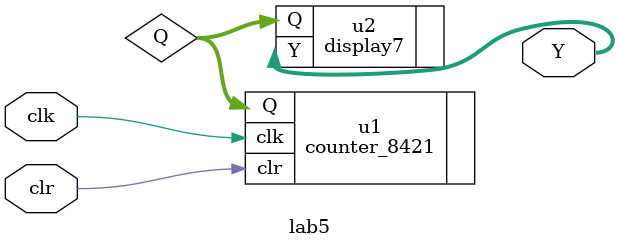
<source format=v>
module lab5(clk, clr, Y);
    input wire clk;
    input wire clr;
    output wire [6:0] Y;

    wire [3:0] Q;

    counter_8421 u1 (
        .clk(clk),
        .clr(clr),
        .Q(Q)
    );

    display7 u2 (
        .Q(Q),
        .Y(Y)
    );

endmodule
</source>
